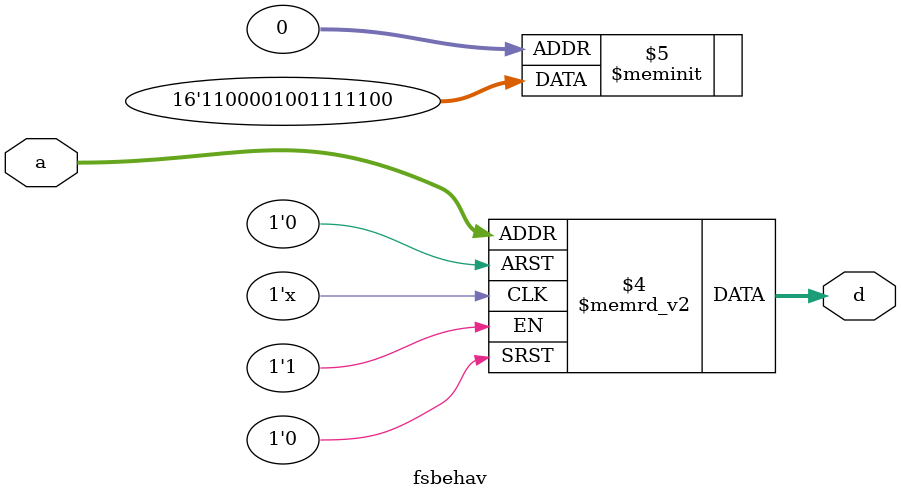
<source format=v>
`timescale 1ns / 1ps

//1960628 Prem Full Subtractor Behavioural
module fsbehav(
    input [2:0]a,
    output reg [1:0]d
    );
always@ (a,d)
    begin
    case(a)
    3'b000: begin d = 2'b00; end
    3'b001: begin d = 2'b11; end
    3'b010: begin d = 2'b11; end
    3'b011: begin d = 2'b01; end
    3'b100: begin d = 2'b10; end
    3'b101: begin d = 2'b00; end
    3'b110: begin d = 2'b00; end
    3'b111: begin d = 2'b11; end
    endcase
    end
endmodule

</source>
